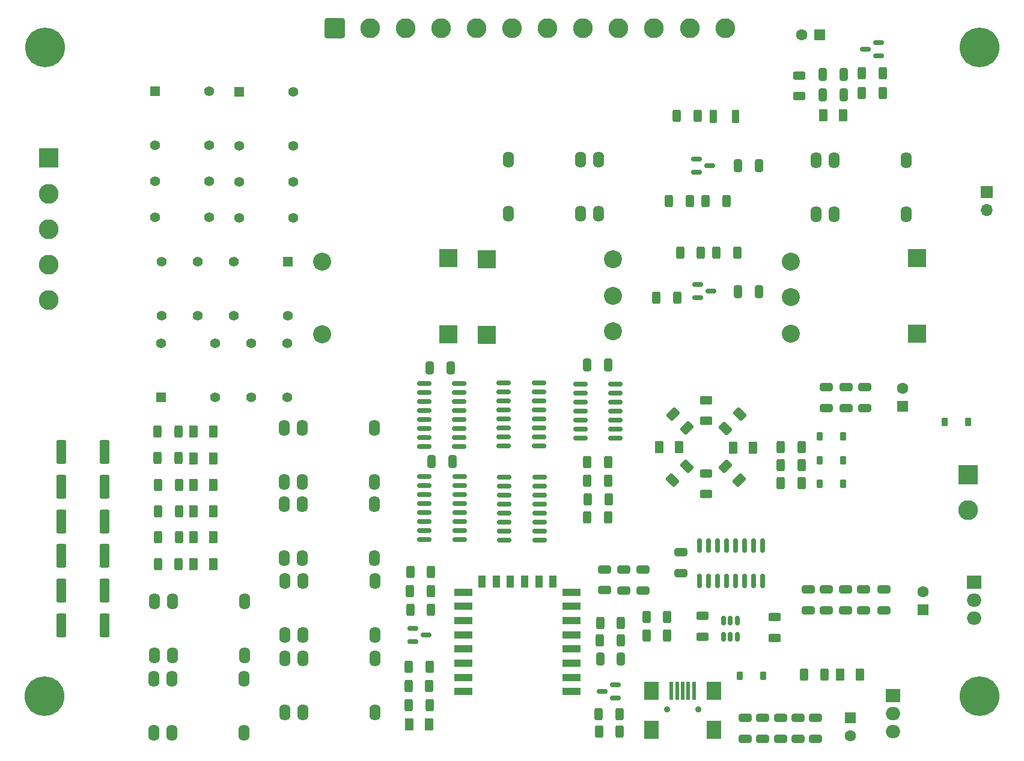
<source format=gbr>
%TF.GenerationSoftware,KiCad,Pcbnew,8.0.8-2.fc41*%
%TF.CreationDate,2025-02-07T10:50:49+08:00*%
%TF.ProjectId,K9AY_switch,4b394159-5f73-4776-9974-63682e6b6963,rev?*%
%TF.SameCoordinates,Original*%
%TF.FileFunction,Soldermask,Top*%
%TF.FilePolarity,Negative*%
%FSLAX46Y46*%
G04 Gerber Fmt 4.6, Leading zero omitted, Abs format (unit mm)*
G04 Created by KiCad (PCBNEW 8.0.8-2.fc41) date 2025-02-07 10:50:49*
%MOMM*%
%LPD*%
G01*
G04 APERTURE LIST*
G04 Aperture macros list*
%AMRoundRect*
0 Rectangle with rounded corners*
0 $1 Rounding radius*
0 $2 $3 $4 $5 $6 $7 $8 $9 X,Y pos of 4 corners*
0 Add a 4 corners polygon primitive as box body*
4,1,4,$2,$3,$4,$5,$6,$7,$8,$9,$2,$3,0*
0 Add four circle primitives for the rounded corners*
1,1,$1+$1,$2,$3*
1,1,$1+$1,$4,$5*
1,1,$1+$1,$6,$7*
1,1,$1+$1,$8,$9*
0 Add four rect primitives between the rounded corners*
20,1,$1+$1,$2,$3,$4,$5,0*
20,1,$1+$1,$4,$5,$6,$7,0*
20,1,$1+$1,$6,$7,$8,$9,0*
20,1,$1+$1,$8,$9,$2,$3,0*%
G04 Aperture macros list end*
%ADD10RoundRect,0.250000X-0.707107X-0.176777X-0.176777X-0.707107X0.707107X0.176777X0.176777X0.707107X0*%
%ADD11C,2.540000*%
%ADD12R,2.540000X2.540000*%
%ADD13RoundRect,0.250000X0.375000X0.625000X-0.375000X0.625000X-0.375000X-0.625000X0.375000X-0.625000X0*%
%ADD14RoundRect,0.250000X-0.312500X-0.625000X0.312500X-0.625000X0.312500X0.625000X-0.312500X0.625000X0*%
%ADD15RoundRect,0.250000X0.650000X-0.325000X0.650000X0.325000X-0.650000X0.325000X-0.650000X-0.325000X0*%
%ADD16RoundRect,0.250000X-0.650000X0.325000X-0.650000X-0.325000X0.650000X-0.325000X0.650000X0.325000X0*%
%ADD17RoundRect,0.249999X-0.450001X-1.425001X0.450001X-1.425001X0.450001X1.425001X-0.450001X1.425001X0*%
%ADD18R,1.600000X1.600000*%
%ADD19C,1.600000*%
%ADD20R,1.400000X1.400000*%
%ADD21C,1.400000*%
%ADD22C,5.600000*%
%ADD23RoundRect,0.225000X-0.225000X-0.375000X0.225000X-0.375000X0.225000X0.375000X-0.225000X0.375000X0*%
%ADD24RoundRect,0.250000X-0.325000X-0.650000X0.325000X-0.650000X0.325000X0.650000X-0.325000X0.650000X0*%
%ADD25O,1.600000X2.300000*%
%ADD26R,2.500000X1.000000*%
%ADD27R,1.000000X1.800000*%
%ADD28R,2.000000X1.905000*%
%ADD29O,2.000000X1.905000*%
%ADD30RoundRect,0.150000X0.825000X0.150000X-0.825000X0.150000X-0.825000X-0.150000X0.825000X-0.150000X0*%
%ADD31RoundRect,0.250001X-1.149999X-1.149999X1.149999X-1.149999X1.149999X1.149999X-1.149999X1.149999X0*%
%ADD32C,2.800000*%
%ADD33RoundRect,0.150000X-0.587500X-0.150000X0.587500X-0.150000X0.587500X0.150000X-0.587500X0.150000X0*%
%ADD34RoundRect,0.250000X-0.625000X0.312500X-0.625000X-0.312500X0.625000X-0.312500X0.625000X0.312500X0*%
%ADD35RoundRect,0.250000X0.625000X-0.312500X0.625000X0.312500X-0.625000X0.312500X-0.625000X-0.312500X0*%
%ADD36R,2.800000X2.800000*%
%ADD37RoundRect,0.250000X0.312500X0.625000X-0.312500X0.625000X-0.312500X-0.625000X0.312500X-0.625000X0*%
%ADD38RoundRect,0.250000X0.325000X0.650000X-0.325000X0.650000X-0.325000X-0.650000X0.325000X-0.650000X0*%
%ADD39R,1.700000X1.700000*%
%ADD40O,1.700000X1.700000*%
%ADD41RoundRect,0.150000X-0.825000X-0.150000X0.825000X-0.150000X0.825000X0.150000X-0.825000X0.150000X0*%
%ADD42C,0.900000*%
%ADD43R,0.500000X2.500000*%
%ADD44R,2.000000X2.500000*%
%ADD45RoundRect,0.250000X0.707107X0.176777X0.176777X0.707107X-0.707107X-0.176777X-0.176777X-0.707107X0*%
%ADD46RoundRect,0.150000X0.587500X0.150000X-0.587500X0.150000X-0.587500X-0.150000X0.587500X-0.150000X0*%
%ADD47RoundRect,0.250000X-0.275000X-0.700000X0.275000X-0.700000X0.275000X0.700000X-0.275000X0.700000X0*%
%ADD48RoundRect,0.225000X0.225000X0.375000X-0.225000X0.375000X-0.225000X-0.375000X0.225000X-0.375000X0*%
%ADD49RoundRect,0.150000X0.150000X-0.825000X0.150000X0.825000X-0.150000X0.825000X-0.150000X-0.825000X0*%
%ADD50RoundRect,0.250000X0.176777X-0.707107X0.707107X-0.176777X-0.176777X0.707107X-0.707107X0.176777X0*%
%ADD51RoundRect,0.150000X0.150000X-0.512500X0.150000X0.512500X-0.150000X0.512500X-0.150000X-0.512500X0*%
%ADD52RoundRect,0.250000X-0.375000X-0.625000X0.375000X-0.625000X0.375000X0.625000X-0.375000X0.625000X0*%
%ADD53RoundRect,0.250000X0.625000X-0.375000X0.625000X0.375000X-0.625000X0.375000X-0.625000X-0.375000X0*%
%ADD54RoundRect,0.250000X-0.176777X0.707107X-0.707107X0.176777X0.176777X-0.707107X0.707107X-0.176777X0*%
G04 APERTURE END LIST*
D10*
%TO.C,D11*%
X152831800Y-92252800D03*
X154811698Y-94232698D03*
%TD*%
D11*
%TO.C,T1*%
X136992200Y-73213500D03*
X136992200Y-63013500D03*
D12*
X119212200Y-73713500D03*
X119212200Y-63013500D03*
D11*
X136992200Y-68213500D03*
%TD*%
D13*
%TO.C,D15*%
X169395600Y-42748200D03*
X166595600Y-42748200D03*
%TD*%
D14*
%TO.C,R13*%
X134960900Y-127203200D03*
X137885900Y-127203200D03*
%TD*%
%TO.C,R22*%
X160614900Y-89560400D03*
X163539900Y-89560400D03*
%TD*%
D15*
%TO.C,C28*%
X167081200Y-112572800D03*
X167081200Y-109622800D03*
%TD*%
D14*
%TO.C,R21*%
X133360700Y-99466400D03*
X136285700Y-99466400D03*
%TD*%
D13*
%TO.C,D21*%
X80698800Y-106045000D03*
X77898800Y-106045000D03*
%TD*%
D15*
%TO.C,C27*%
X164490400Y-112572800D03*
X164490400Y-109622800D03*
%TD*%
D16*
%TO.C,C12*%
X163068000Y-127736600D03*
X163068000Y-130686600D03*
%TD*%
D17*
%TO.C,R32*%
X59258200Y-104901000D03*
X65358200Y-104901000D03*
%TD*%
%TO.C,R31*%
X59258200Y-100011000D03*
X65358200Y-100011000D03*
%TD*%
D18*
%TO.C,C10*%
X170408600Y-127736600D03*
D19*
X170408600Y-130236600D03*
%TD*%
D20*
%TO.C,K2*%
X84328000Y-39420800D03*
D21*
X84328000Y-47040800D03*
X84328000Y-52120800D03*
X84328000Y-57200800D03*
X91948000Y-57200800D03*
X91948000Y-52120800D03*
X91948000Y-47040800D03*
X91948000Y-39420800D03*
%TD*%
D22*
%TO.C,*%
X188670600Y-33147000D03*
%TD*%
D23*
%TO.C,D8*%
X166142400Y-94713800D03*
X169442400Y-94713800D03*
%TD*%
D24*
%TO.C,C3*%
X154582600Y-67589400D03*
X157532600Y-67589400D03*
%TD*%
D25*
%TO.C,K8*%
X103428800Y-119303800D03*
X93268800Y-119303800D03*
X90728800Y-119303800D03*
X90728800Y-126923800D03*
X93268800Y-126923800D03*
X103428800Y-126923800D03*
%TD*%
D17*
%TO.C,R33*%
X59258200Y-109791000D03*
X65358200Y-109791000D03*
%TD*%
D20*
%TO.C,K4*%
X73355200Y-82473800D03*
D21*
X80975200Y-82473800D03*
X86055200Y-82473800D03*
X91135200Y-82473800D03*
X91135200Y-74853800D03*
X86055200Y-74853800D03*
X80975200Y-74853800D03*
X73355200Y-74853800D03*
%TD*%
D26*
%TO.C,U1*%
X131145600Y-124015800D03*
X131145600Y-122015800D03*
X131145600Y-120015800D03*
X131145600Y-118015800D03*
X131145600Y-116015800D03*
X131145600Y-114015800D03*
X131145600Y-112015800D03*
X131145600Y-110015800D03*
D27*
X128545600Y-108515800D03*
X126545600Y-108515800D03*
X124545600Y-108515800D03*
X122545600Y-108515800D03*
X120545600Y-108515800D03*
X118545600Y-108515800D03*
D26*
X115945600Y-110015800D03*
X115945600Y-112015800D03*
X115945600Y-114015800D03*
X115945600Y-116015800D03*
X115945600Y-118015800D03*
X115945600Y-120015800D03*
X115945600Y-122015800D03*
X115945600Y-124015800D03*
%TD*%
D15*
%TO.C,C22*%
X169824400Y-84025000D03*
X169824400Y-81075000D03*
%TD*%
D28*
%TO.C,U5*%
X187853200Y-108585000D03*
D29*
X187853200Y-111125000D03*
X187853200Y-113665000D03*
%TD*%
D13*
%TO.C,D16*%
X80673400Y-87299800D03*
X77873400Y-87299800D03*
%TD*%
D30*
%TO.C,U2*%
X115327200Y-89493000D03*
X115327200Y-88223000D03*
X115327200Y-86953000D03*
X115327200Y-85683000D03*
X115327200Y-84413000D03*
X115327200Y-83143000D03*
X115327200Y-81873000D03*
X115327200Y-80603000D03*
X110377200Y-80603000D03*
X110377200Y-81873000D03*
X110377200Y-83143000D03*
X110377200Y-84413000D03*
X110377200Y-85683000D03*
X110377200Y-86953000D03*
X110377200Y-88223000D03*
X110377200Y-89493000D03*
%TD*%
D31*
%TO.C,J7*%
X97791200Y-30403800D03*
D32*
X102791200Y-30403800D03*
X107791200Y-30403800D03*
X112791200Y-30403800D03*
X117791200Y-30403800D03*
X122791200Y-30403800D03*
X127791200Y-30403800D03*
X132791200Y-30403800D03*
X137791200Y-30403800D03*
X142791200Y-30403800D03*
X147791200Y-30403800D03*
X152791200Y-30403800D03*
%TD*%
D25*
%TO.C,K10*%
X85039200Y-122250200D03*
X74879200Y-122250200D03*
X72339200Y-122250200D03*
X72339200Y-129870200D03*
X74879200Y-129870200D03*
X85039200Y-129870200D03*
%TD*%
D33*
%TO.C,Q1*%
X148895000Y-66578400D03*
X148895000Y-68478400D03*
X150770000Y-67528400D03*
%TD*%
D15*
%TO.C,C29*%
X169722800Y-112572800D03*
X169722800Y-109622800D03*
%TD*%
D14*
%TO.C,R11*%
X141702600Y-116128800D03*
X144627600Y-116128800D03*
%TD*%
%TO.C,R36*%
X172070300Y-39547800D03*
X174995300Y-39547800D03*
%TD*%
D25*
%TO.C,K5*%
X103403400Y-86868000D03*
X93243400Y-86868000D03*
X90703400Y-86868000D03*
X90703400Y-94488000D03*
X93243400Y-94488000D03*
X103403400Y-94488000D03*
%TD*%
D33*
%TO.C,Q4*%
X148747200Y-48884800D03*
X148747200Y-50784800D03*
X150622200Y-49834800D03*
%TD*%
D34*
%TO.C,R9*%
X149580600Y-113345500D03*
X149580600Y-116270500D03*
%TD*%
D13*
%TO.C,D19*%
X80698800Y-98602800D03*
X77898800Y-98602800D03*
%TD*%
D35*
%TO.C,R26*%
X150139400Y-96168400D03*
X150139400Y-93243400D03*
%TD*%
D15*
%TO.C,C23*%
X167081200Y-84025000D03*
X167081200Y-81075000D03*
%TD*%
%TO.C,C9*%
X175183800Y-112572800D03*
X175183800Y-109622800D03*
%TD*%
D36*
%TO.C,J4*%
X187020200Y-93421200D03*
D32*
X187020200Y-98421200D03*
%TD*%
D37*
%TO.C,R39*%
X75782900Y-87299800D03*
X72857900Y-87299800D03*
%TD*%
D25*
%TO.C,K9*%
X85064600Y-111302800D03*
X74904600Y-111302800D03*
X72364600Y-111302800D03*
X72364600Y-118922800D03*
X74904600Y-118922800D03*
X85064600Y-118922800D03*
%TD*%
D38*
%TO.C,C19*%
X136298200Y-77952600D03*
X133348200Y-77952600D03*
%TD*%
D13*
%TO.C,D13*%
X146329400Y-89560400D03*
X143529400Y-89560400D03*
%TD*%
D38*
%TO.C,C18*%
X114098600Y-78333600D03*
X111148600Y-78333600D03*
%TD*%
D13*
%TO.C,D2*%
X171780200Y-121615200D03*
X168980200Y-121615200D03*
%TD*%
D20*
%TO.C,K3*%
X91160600Y-63398400D03*
D21*
X83540600Y-63398400D03*
X78460600Y-63398400D03*
X73380600Y-63398400D03*
X73380600Y-71018400D03*
X78460600Y-71018400D03*
X83540600Y-71018400D03*
X91160600Y-71018400D03*
%TD*%
D36*
%TO.C,J3*%
X57454800Y-48768000D03*
D32*
X57454800Y-53768000D03*
X57454800Y-58768000D03*
X57454800Y-63768000D03*
X57454800Y-68768000D03*
%TD*%
D11*
%TO.C,BN73-202*%
X96037400Y-63383800D03*
X96037400Y-73583800D03*
D12*
X113817400Y-62883800D03*
X113817400Y-73583800D03*
%TD*%
D37*
%TO.C,R18*%
X111139700Y-120523000D03*
X108214700Y-120523000D03*
%TD*%
D39*
%TO.C,J6*%
X189686800Y-53588600D03*
D40*
X189686800Y-56128600D03*
%TD*%
D41*
%TO.C,U4*%
X121615200Y-80467200D03*
X121615200Y-81737200D03*
X121615200Y-83007200D03*
X121615200Y-84277200D03*
X121615200Y-85547200D03*
X121615200Y-86817200D03*
X121615200Y-88087200D03*
X121615200Y-89357200D03*
X126565200Y-89357200D03*
X126565200Y-88087200D03*
X126565200Y-86817200D03*
X126565200Y-85547200D03*
X126565200Y-84277200D03*
X126565200Y-83007200D03*
X126565200Y-81737200D03*
X126565200Y-80467200D03*
%TD*%
D42*
%TO.C,J5*%
X144612000Y-126533800D03*
X149012000Y-126533800D03*
D43*
X145212000Y-123933800D03*
X146012000Y-123933800D03*
X146812000Y-123933800D03*
X147612000Y-123933800D03*
X148412000Y-123933800D03*
D44*
X142412000Y-123933800D03*
X142412000Y-129433800D03*
X151212000Y-123933800D03*
X151212000Y-129433800D03*
%TD*%
D37*
%TO.C,R42*%
X75833700Y-98577400D03*
X72908700Y-98577400D03*
%TD*%
D25*
%TO.C,K11*%
X122275600Y-56591200D03*
X132435600Y-56591200D03*
X134975600Y-56591200D03*
X134975600Y-48971200D03*
X132435600Y-48971200D03*
X122275600Y-48971200D03*
%TD*%
D41*
%TO.C,U3*%
X110416800Y-93649800D03*
X110416800Y-94919800D03*
X110416800Y-96189800D03*
X110416800Y-97459800D03*
X110416800Y-98729800D03*
X110416800Y-99999800D03*
X110416800Y-101269800D03*
X110416800Y-102539800D03*
X115366800Y-102539800D03*
X115366800Y-101269800D03*
X115366800Y-99999800D03*
X115366800Y-98729800D03*
X115366800Y-97459800D03*
X115366800Y-96189800D03*
X115366800Y-94919800D03*
X115366800Y-93649800D03*
%TD*%
D16*
%TO.C,C15*%
X138531600Y-106805200D03*
X138531600Y-109755200D03*
%TD*%
D25*
%TO.C,K6*%
X103378000Y-97612200D03*
X93218000Y-97612200D03*
X90678000Y-97612200D03*
X90678000Y-105232200D03*
X93218000Y-105232200D03*
X103378000Y-105232200D03*
%TD*%
D14*
%TO.C,R35*%
X146009900Y-42824400D03*
X148934900Y-42824400D03*
%TD*%
D37*
%TO.C,R5*%
X146024600Y-68478400D03*
X143099600Y-68478400D03*
%TD*%
%TO.C,R15*%
X111114300Y-123240800D03*
X108189300Y-123240800D03*
%TD*%
D38*
%TO.C,C16*%
X138127000Y-119430800D03*
X135177000Y-119430800D03*
%TD*%
D16*
%TO.C,C11*%
X165531800Y-127736600D03*
X165531800Y-130686600D03*
%TD*%
%TO.C,C6*%
X135839200Y-106778000D03*
X135839200Y-109728000D03*
%TD*%
D45*
%TO.C,D14*%
X147421600Y-86868000D03*
X145441702Y-84888102D03*
%TD*%
D14*
%TO.C,R19*%
X108240100Y-125958600D03*
X111165100Y-125958600D03*
%TD*%
D37*
%TO.C,R43*%
X75833700Y-102209600D03*
X72908700Y-102209600D03*
%TD*%
D28*
%TO.C,U6*%
X176448600Y-124561600D03*
D29*
X176448600Y-127101600D03*
X176448600Y-129641600D03*
%TD*%
D14*
%TO.C,R3*%
X144877800Y-54813200D03*
X147802800Y-54813200D03*
%TD*%
D34*
%TO.C,R8*%
X159740600Y-113497900D03*
X159740600Y-116422900D03*
%TD*%
D37*
%TO.C,R40*%
X75768200Y-91084400D03*
X72843200Y-91084400D03*
%TD*%
D41*
%TO.C,U7*%
X132399000Y-80670400D03*
X132399000Y-81940400D03*
X132399000Y-83210400D03*
X132399000Y-84480400D03*
X132399000Y-85750400D03*
X132399000Y-87020400D03*
X132399000Y-88290400D03*
X137349000Y-88290400D03*
X137349000Y-87020400D03*
X137349000Y-85750400D03*
X137349000Y-84480400D03*
X137349000Y-83210400D03*
X137349000Y-81940400D03*
X137349000Y-80670400D03*
%TD*%
D22*
%TO.C,*%
X188645200Y-124672400D03*
%TD*%
D25*
%TO.C,K12*%
X178282600Y-49098200D03*
X168122600Y-49098200D03*
X165582600Y-49098200D03*
X165582600Y-56718200D03*
X168122600Y-56718200D03*
X178282600Y-56718200D03*
%TD*%
D13*
%TO.C,D17*%
X80698800Y-91135200D03*
X77898800Y-91135200D03*
%TD*%
D46*
%TO.C,Q2*%
X137337800Y-124937600D03*
X137337800Y-123037600D03*
X135462800Y-123987600D03*
%TD*%
D18*
%TO.C,C4*%
X166101913Y-31369000D03*
D19*
X163601913Y-31369000D03*
%TD*%
D16*
%TO.C,C26*%
X155625800Y-127736600D03*
X155625800Y-130686600D03*
%TD*%
D35*
%TO.C,R38*%
X163271200Y-40019700D03*
X163271200Y-37094700D03*
%TD*%
D22*
%TO.C,REF\u002A\u002A*%
X56946800Y-33147000D03*
%TD*%
D14*
%TO.C,R37*%
X172044900Y-36830000D03*
X174969900Y-36830000D03*
%TD*%
D18*
%TO.C,C1*%
X177774600Y-83769200D03*
D19*
X177774600Y-81269200D03*
%TD*%
D47*
%TO.C,L1*%
X151129800Y-42849800D03*
X154279800Y-42849800D03*
%TD*%
D48*
%TO.C,D3*%
X158139400Y-121818400D03*
X154839400Y-121818400D03*
%TD*%
D14*
%TO.C,R17*%
X108443300Y-112496600D03*
X111368300Y-112496600D03*
%TD*%
D18*
%TO.C,C7*%
X180670200Y-112471200D03*
D19*
X180670200Y-109971200D03*
%TD*%
D13*
%TO.C,D20*%
X80724200Y-102260400D03*
X77924200Y-102260400D03*
%TD*%
D16*
%TO.C,C24*%
X160578800Y-127736600D03*
X160578800Y-130686600D03*
%TD*%
%TO.C,C13*%
X146532600Y-104341400D03*
X146532600Y-107291400D03*
%TD*%
D37*
%TO.C,R24*%
X136311100Y-94284800D03*
X133386100Y-94284800D03*
%TD*%
D17*
%TO.C,R2*%
X59258200Y-90231000D03*
X65358200Y-90231000D03*
%TD*%
D49*
%TO.C,U11*%
X149199600Y-108404200D03*
X150469600Y-108404200D03*
X151739600Y-108404200D03*
X153009600Y-108404200D03*
X154279600Y-108404200D03*
X155549600Y-108404200D03*
X156819600Y-108404200D03*
X158089600Y-108404200D03*
X158089600Y-103454200D03*
X156819600Y-103454200D03*
X155549600Y-103454200D03*
X154279600Y-103454200D03*
X153009600Y-103454200D03*
X151739600Y-103454200D03*
X150469600Y-103454200D03*
X149199600Y-103454200D03*
%TD*%
D22*
%TO.C,*%
X56870600Y-124672400D03*
%TD*%
D14*
%TO.C,R20*%
X135189500Y-114350800D03*
X138114500Y-114350800D03*
%TD*%
D50*
%TO.C,D9*%
X152857200Y-86893400D03*
X154837098Y-84913502D03*
%TD*%
D13*
%TO.C,D18*%
X80698800Y-94894400D03*
X77898800Y-94894400D03*
%TD*%
D38*
%TO.C,C21*%
X169470600Y-36982400D03*
X166520600Y-36982400D03*
%TD*%
D17*
%TO.C,R6*%
X59258200Y-95121000D03*
X65358200Y-95121000D03*
%TD*%
D16*
%TO.C,C14*%
X141249400Y-106805200D03*
X141249400Y-109755200D03*
%TD*%
%TO.C,C25*%
X158064200Y-127736600D03*
X158064200Y-130686600D03*
%TD*%
D14*
%TO.C,R16*%
X108428600Y-107137200D03*
X111353600Y-107137200D03*
%TD*%
%TO.C,R14*%
X135011700Y-129692400D03*
X137936700Y-129692400D03*
%TD*%
D38*
%TO.C,C20*%
X169521400Y-39827200D03*
X166571400Y-39827200D03*
%TD*%
D14*
%TO.C,R7*%
X108417900Y-109829600D03*
X111342900Y-109829600D03*
%TD*%
D17*
%TO.C,R34*%
X59258200Y-114681000D03*
X65358200Y-114681000D03*
%TD*%
D51*
%TO.C,U12*%
X152593000Y-116295600D03*
X153543000Y-116295600D03*
X154493000Y-116295600D03*
X154493000Y-114020600D03*
X153543000Y-114020600D03*
X152593000Y-114020600D03*
%TD*%
D37*
%TO.C,R44*%
X75808300Y-106019600D03*
X72883300Y-106019600D03*
%TD*%
D14*
%TO.C,R29*%
X146452400Y-62103000D03*
X149377400Y-62103000D03*
%TD*%
D52*
%TO.C,D4*%
X108251800Y-128625600D03*
X111051800Y-128625600D03*
%TD*%
D23*
%TO.C,D1*%
X183744600Y-85979000D03*
X187044600Y-85979000D03*
%TD*%
D20*
%TO.C,K1*%
X72491600Y-39344600D03*
D21*
X72491600Y-46964600D03*
X72491600Y-52044600D03*
X72491600Y-57124600D03*
X80111600Y-57124600D03*
X80111600Y-52044600D03*
X80111600Y-46964600D03*
X80111600Y-39344600D03*
%TD*%
D33*
%TO.C,Q3*%
X108813600Y-115092400D03*
X108813600Y-116992400D03*
X110688600Y-116042400D03*
%TD*%
D37*
%TO.C,R1*%
X166801800Y-121589800D03*
X163876800Y-121589800D03*
%TD*%
D11*
%TO.C,T2*%
X162067400Y-63362300D03*
X162067400Y-73562300D03*
D12*
X179847400Y-62862300D03*
X179847400Y-73562300D03*
D11*
X162067400Y-68362300D03*
%TD*%
D15*
%TO.C,C2*%
X172491400Y-84023200D03*
X172491400Y-81073200D03*
%TD*%
D24*
%TO.C,C17*%
X111428000Y-91541600D03*
X114378000Y-91541600D03*
%TD*%
D52*
%TO.C,D10*%
X153943400Y-89585800D03*
X156743400Y-89585800D03*
%TD*%
D14*
%TO.C,R30*%
X151557800Y-62103000D03*
X154482800Y-62103000D03*
%TD*%
D37*
%TO.C,R28*%
X163565300Y-92075000D03*
X160640300Y-92075000D03*
%TD*%
D15*
%TO.C,C8*%
X172288200Y-112572800D03*
X172288200Y-109622800D03*
%TD*%
D23*
%TO.C,D6*%
X166142400Y-88013800D03*
X169442400Y-88013800D03*
%TD*%
D37*
%TO.C,R23*%
X136361900Y-96875600D03*
X133436900Y-96875600D03*
%TD*%
D14*
%TO.C,R4*%
X150063200Y-54813200D03*
X152988200Y-54813200D03*
%TD*%
D41*
%TO.C,U8*%
X121694400Y-93751400D03*
X121694400Y-95021400D03*
X121694400Y-96291400D03*
X121694400Y-97561400D03*
X121694400Y-98831400D03*
X121694400Y-100101400D03*
X121694400Y-101371400D03*
X121694400Y-102641400D03*
X126644400Y-102641400D03*
X126644400Y-101371400D03*
X126644400Y-100101400D03*
X126644400Y-98831400D03*
X126644400Y-97561400D03*
X126644400Y-96291400D03*
X126644400Y-95021400D03*
X126644400Y-93751400D03*
%TD*%
D14*
%TO.C,R25*%
X160614900Y-94640400D03*
X163539900Y-94640400D03*
%TD*%
D24*
%TO.C,C5*%
X154582600Y-49860200D03*
X157532600Y-49860200D03*
%TD*%
D53*
%TO.C,D5*%
X150139400Y-85775800D03*
X150139400Y-82975800D03*
%TD*%
D25*
%TO.C,K7*%
X103428800Y-108381800D03*
X93268800Y-108381800D03*
X90728800Y-108381800D03*
X90728800Y-116001800D03*
X93268800Y-116001800D03*
X103428800Y-116001800D03*
%TD*%
D46*
%TO.C,Q5*%
X174444900Y-34339700D03*
X174444900Y-32439700D03*
X172569900Y-33389700D03*
%TD*%
D14*
%TO.C,R10*%
X141702600Y-113538000D03*
X144627600Y-113538000D03*
%TD*%
D37*
%TO.C,R27*%
X136300400Y-91668600D03*
X133375400Y-91668600D03*
%TD*%
D54*
%TO.C,D12*%
X147396200Y-92252800D03*
X145416302Y-94232698D03*
%TD*%
D14*
%TO.C,R12*%
X135164100Y-116763800D03*
X138089100Y-116763800D03*
%TD*%
D23*
%TO.C,D7*%
X166142400Y-91363800D03*
X169442400Y-91363800D03*
%TD*%
D37*
%TO.C,R41*%
X75859100Y-94869000D03*
X72934100Y-94869000D03*
%TD*%
M02*

</source>
